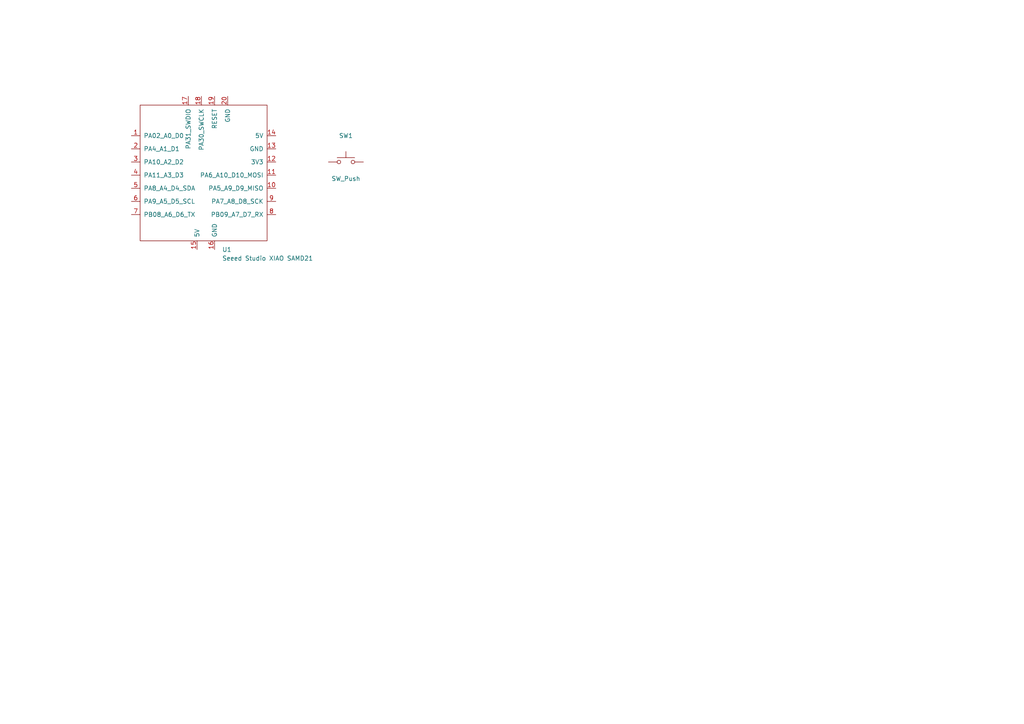
<source format=kicad_sch>
(kicad_sch (version 20231120) (generator "eeschema") (generator_version "8.0")
  (paper "A4")
  (lib_symbols
    (symbol "Seeed_Studio_XIAO_Series:Seeed Studio XIAO SAMD21" (pin_names (offset 1.016))
      (property "Reference" "U" (at -19.05 22.86 0))
      (property "Value" "Seeed Studio XIAO SAMD21" (at -12.7 21.59 0))
      (symbol "Seeed Studio XIAO SAMD21_0_1"
        (rectangle (start -19.05 20.32) (end 17.78 -19.05))
      )
      (symbol "Seeed Studio XIAO SAMD21_1_1"
        (pin unspecified line (at -21.59 11.43 0) (length 2.54) (name "PA02_A0_D0") (number "1"))
        (pin unspecified line (at 20.32 -3.81 180) (length 2.54) (name "PA5_A9_D9_MISO") (number "10"))
        (pin unspecified line (at 20.32 0 180) (length 2.54) (name "PA6_A10_D10_MOSI") (number "11"))
        (pin unspecified line (at 20.32 3.81 180) (length 2.54) (name "3V3") (number "12"))
        (pin unspecified line (at 20.32 7.62 180) (length 2.54) (name "GND") (number "13"))
        (pin unspecified line (at 20.32 11.43 180) (length 2.54) (name "5V") (number "14"))
        (pin input line (at -2.54 -21.59 90) (length 2.54) (name "5V") (number "15"))
        (pin input line (at 2.54 -21.59 90) (length 2.54) (name "GND") (number "16"))
        (pin input line (at -5.08 22.86 270) (length 2.54) (name "PA31_SWDIO") (number "17"))
        (pin input line (at -1.27 22.86 270) (length 2.54) (name "PA30_SWCLK") (number "18"))
        (pin input line (at 2.54 22.86 270) (length 2.54) (name "RESET") (number "19"))
        (pin unspecified line (at -21.59 7.62 0) (length 2.54) (name "PA4_A1_D1") (number "2"))
        (pin input line (at 6.35 22.86 270) (length 2.54) (name "GND") (number "20"))
        (pin unspecified line (at -21.59 3.81 0) (length 2.54) (name "PA10_A2_D2") (number "3"))
        (pin unspecified line (at -21.59 0 0) (length 2.54) (name "PA11_A3_D3") (number "4"))
        (pin unspecified line (at -21.59 -3.81 0) (length 2.54) (name "PA8_A4_D4_SDA") (number "5"))
        (pin unspecified line (at -21.59 -7.62 0) (length 2.54) (name "PA9_A5_D5_SCL") (number "6"))
        (pin unspecified line (at -21.59 -11.43 0) (length 2.54) (name "PB08_A6_D6_TX") (number "7"))
        (pin unspecified line (at 20.32 -11.43 180) (length 2.54) (name "PB09_A7_D7_RX") (number "8"))
        (pin unspecified line (at 20.32 -7.62 180) (length 2.54) (name "PA7_A8_D8_SCK") (number "9"))
      )
    )
    (symbol "Switch:SW_Push" (pin_numbers hide) (pin_names (offset 1.016) hide)
      (property "Reference" "SW" (at 1.27 2.54 0))
      (property "Value" "SW_Push" (at 0 -1.524 0))
      (symbol "SW_Push_0_1"
        (circle (center -2.032 0) (radius 0.508))
        (polyline (pts (xy 0 1.27) (xy 0 3.048)))
        (polyline (pts (xy 2.54 1.27) (xy -2.54 1.27)))
        (circle (center 2.032 0) (radius 0.508))
        (pin passive line (at -5.08 0 0) (length 2.54) (name "1") (number "1"))
        (pin passive line (at 5.08 0 180) (length 2.54) (name "2") (number "2"))
      )
    )
  )
  (symbol (lib_id "Switch:SW_Push") (at 100.33 46.99 0) (unit 1)
    (property "Reference" "SW1" (at 100.33 39.37 0))
    (property "Value" "SW_Push" (at 100.33 51.816 0))
    (property "Description" "Push button switch, generic, two pins" (effects (hide yes)))
  )
  (symbol (lib_id "Seeed_Studio_XIAO_Series:Seeed Studio XIAO SAMD21") (at 59.69 50.8 0) (unit 1)
    (property "Reference" "U1" (at 64.4241 72.39 0) (effects (justify left)))
    (property "Value" "Seeed Studio XIAO SAMD21" (at 64.4241 74.93 0) (effects (justify left)))
  )
)
</source>
